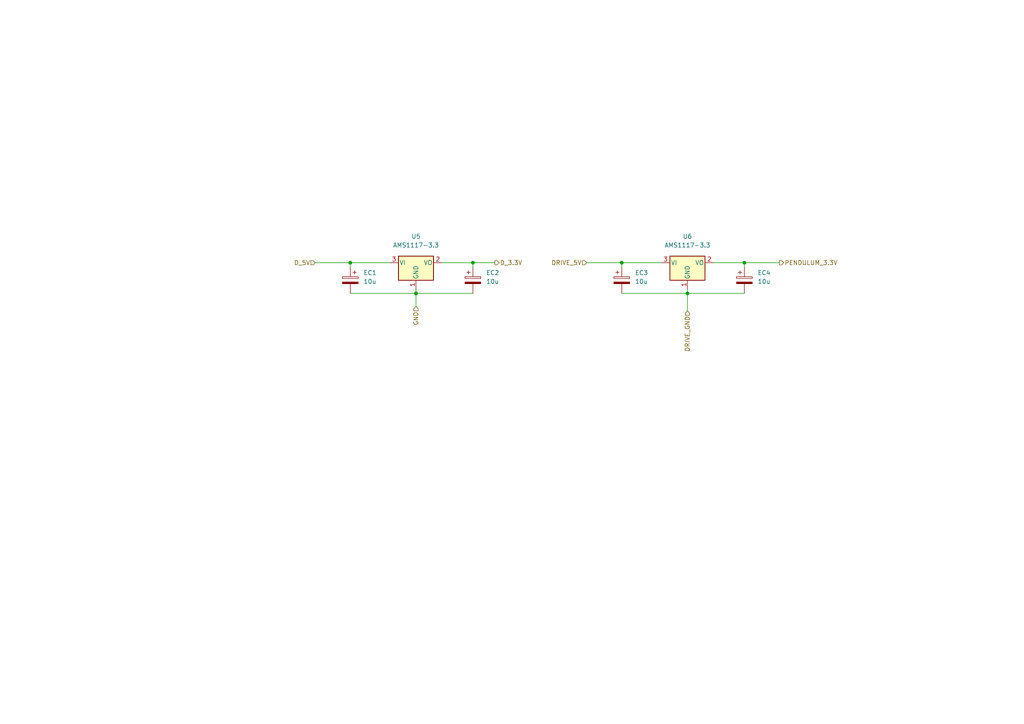
<source format=kicad_sch>
(kicad_sch (version 20211123) (generator eeschema)
  (paper "A4")
  (lib_symbols
    (symbol "000_Capacitor_Electrolytic_Immo:22u" (pin_numbers hide) (pin_names (offset 0.254))
      (property "Reference" "EC" (at 0.635 2.54 0))
      (property "Value" "22u" (at 0.635 -2.54 0))
      (symbol "22u_0_1"
        (rectangle (start -2.286 0.508) (end 2.286 1.016))
        (polyline (pts (xy -1.778 2.286) (xy -0.762 2.286)))
        (polyline (pts (xy -1.27 2.794) (xy -1.27 1.778)))
        (rectangle (start 2.286 -0.508) (end -2.286 -1.016) (fill (type outline)))
      )
      (symbol "22u_1_1"
        (pin passive line (at 0 3.81 270) (length 2.794) (name "~") (number "1"))
        (pin passive line (at 0 -3.81 90) (length 2.794) (name "~") (number "2"))
      )
    )
    (symbol "Regulator_Linear:AMS1117-3.3" (pin_names (offset 0.254))
      (property "Reference" "U" (at -3.81 3.175 0))
      (property "Value" "AMS1117-3.3" (at 0 3.175 0))
      (symbol "AMS1117-3.3_0_1"
        (rectangle (start -5.08 -5.08) (end 5.08 1.905) (stroke (width 0.254)) (fill (type background)))
      )
      (symbol "AMS1117-3.3_1_1"
        (pin power_in line (at 0 -7.62 90) (length 2.54) (name "GND") (number "1"))
        (pin power_out line (at 7.62 0 180) (length 2.54) (name "VO") (number "2"))
        (pin power_in line (at -7.62 0 0) (length 2.54) (name "VI") (number "3"))
      )
    )
  )
  (junction (at 120.65 85.09))
  (junction (at 199.39 85.09))
  (junction (at 137.16 76.2))
  (junction (at 101.6 76.2))
  (junction (at 215.9 76.2))
  (junction (at 180.34 76.2))
  (wire (pts (xy 215.9 76.2) (xy 215.9 77.47)))
  (wire (pts (xy 207.01 76.2) (xy 215.9 76.2)))
  (wire (pts (xy 199.39 85.09) (xy 199.39 90.17)))
  (wire (pts (xy 91.44 76.2) (xy 101.6 76.2)))
  (wire (pts (xy 101.6 85.09) (xy 120.65 85.09)))
  (wire (pts (xy 120.65 85.09) (xy 137.16 85.09)))
  (wire (pts (xy 137.16 76.2) (xy 143.51 76.2)))
  (wire (pts (xy 120.65 83.82) (xy 120.65 85.09)))
  (wire (pts (xy 128.27 76.2) (xy 137.16 76.2)))
  (wire (pts (xy 113.03 76.2) (xy 101.6 76.2)))
  (wire (pts (xy 199.39 85.09) (xy 215.9 85.09)))
  (wire (pts (xy 120.65 85.09) (xy 120.65 88.9)))
  (wire (pts (xy 215.9 76.2) (xy 226.06 76.2)))
  (wire (pts (xy 180.34 85.09) (xy 199.39 85.09)))
  (wire (pts (xy 199.39 83.82) (xy 199.39 85.09)))
  (wire (pts (xy 180.34 76.2) (xy 191.77 76.2)))
  (wire (pts (xy 101.6 76.2) (xy 101.6 77.47)))
  (wire (pts (xy 137.16 76.2) (xy 137.16 77.47)))
  (wire (pts (xy 180.34 76.2) (xy 180.34 77.47)))
  (wire (pts (xy 170.18 76.2) (xy 180.34 76.2)))
  (hierarchical_label "GND" (shape input) (at 120.65 88.9 270))
  (hierarchical_label "PENDULUM_3.3V" (shape output) (at 226.06 76.2 0))
  (hierarchical_label "DRIVE_5V" (shape input) (at 170.18 76.2 180))
  (hierarchical_label "D_5V" (shape input) (at 91.44 76.2 180))
  (hierarchical_label "D_3.3V" (shape output) (at 143.51 76.2 0))
  (hierarchical_label "DRIVE_GND" (shape input) (at 199.39 90.17 270))
  (symbol (lib_id "000_Capacitor_Electrolytic_Immo:22u") (at 215.9 81.28 0) (unit 1)
    (property "Reference" "EC4" (at 219.71 79.1209 0) (effects (justify left)))
    (property "Value" "10u" (at 219.71 81.6609 0) (effects (justify left)))
    (property "Footprint" "Capacitor_SMD:CP_Elec_4x5.4" (effects hide))
  )
  (symbol (lib_id "000_Capacitor_Electrolytic_Immo:22u") (at 101.6 81.28 0) (mirror y) (unit 1)
    (property "Reference" "EC1" (at 105.41 79.1209 0) (effects (justify right)))
    (property "Value" "10u" (at 105.41 81.6609 0) (effects (justify right)))
    (property "Footprint" "Capacitor_SMD:CP_Elec_4x5.4" (effects hide))
  )
  (symbol (lib_id "000_Capacitor_Electrolytic_Immo:22u") (at 137.16 81.28 0) (unit 1)
    (property "Reference" "EC2" (at 140.97 79.1209 0) (effects (justify left)))
    (property "Value" "10u" (at 140.97 81.6609 0) (effects (justify left)))
    (property "Footprint" "Capacitor_SMD:CP_Elec_4x5.4" (effects hide))
  )
  (symbol (lib_id "Regulator_Linear:AMS1117-3.3") (at 120.65 76.2 0) (unit 1)
    (property "Reference" "U5" (at 120.65 68.58 0))
    (property "Value" "AMS1117-3.3" (at 120.65 71.12 0))
    (property "Footprint" "Package_TO_SOT_SMD:SOT-223-3_TabPin2" (effects hide))
    (property "Datasheet" "http://www.advanced-monolithic.com/pdf/ds1117.pdf" (effects hide))
  )
  (symbol (lib_id "Regulator_Linear:AMS1117-3.3") (at 199.39 76.2 0) (unit 1)
    (property "Reference" "U6" (at 199.39 68.58 0))
    (property "Value" "AMS1117-3.3" (at 199.39 71.12 0))
    (property "Footprint" "Package_TO_SOT_SMD:SOT-223-3_TabPin2" (effects hide))
    (property "Datasheet" "http://www.advanced-monolithic.com/pdf/ds1117.pdf" (effects hide))
  )
  (symbol (lib_id "000_Capacitor_Electrolytic_Immo:22u") (at 180.34 81.28 0) (unit 1)
    (property "Reference" "EC3" (at 184.15 79.1209 0) (effects (justify left)))
    (property "Value" "10u" (at 184.15 81.6609 0) (effects (justify left)))
    (property "Footprint" "Capacitor_SMD:CP_Elec_4x5.4" (effects hide))
  )
)
</source>
